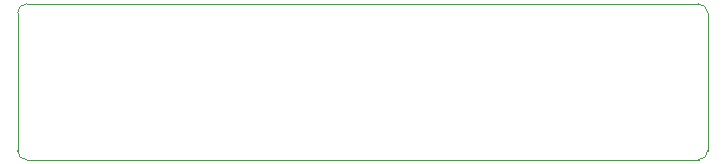
<source format=gm1>
%TF.GenerationSoftware,KiCad,Pcbnew,(5.1.10)-1*%
%TF.CreationDate,2021-10-10T23:42:33-04:00*%
%TF.ProjectId,BoostConverter,426f6f73-7443-46f6-9e76-65727465722e,rev?*%
%TF.SameCoordinates,Original*%
%TF.FileFunction,Profile,NP*%
%FSLAX46Y46*%
G04 Gerber Fmt 4.6, Leading zero omitted, Abs format (unit mm)*
G04 Created by KiCad (PCBNEW (5.1.10)-1) date 2021-10-10 23:42:33*
%MOMM*%
%LPD*%
G01*
G04 APERTURE LIST*
%TA.AperFunction,Profile*%
%ADD10C,0.050000*%
%TD*%
G04 APERTURE END LIST*
D10*
X189484000Y-96520000D02*
G75*
G02*
X190246000Y-97282000I0J-762000D01*
G01*
X190246000Y-108966000D02*
G75*
G02*
X189484000Y-109728000I-762000J0D01*
G01*
X132588000Y-109728000D02*
G75*
G02*
X131826000Y-108966000I0J762000D01*
G01*
X131826000Y-97282000D02*
G75*
G02*
X132588000Y-96520000I762000J0D01*
G01*
X189484000Y-96520000D02*
X132588000Y-96520000D01*
X190246000Y-108966000D02*
X190246000Y-97282000D01*
X132588000Y-109728000D02*
X189484000Y-109728000D01*
X131826000Y-97282000D02*
X131826000Y-108966000D01*
M02*

</source>
